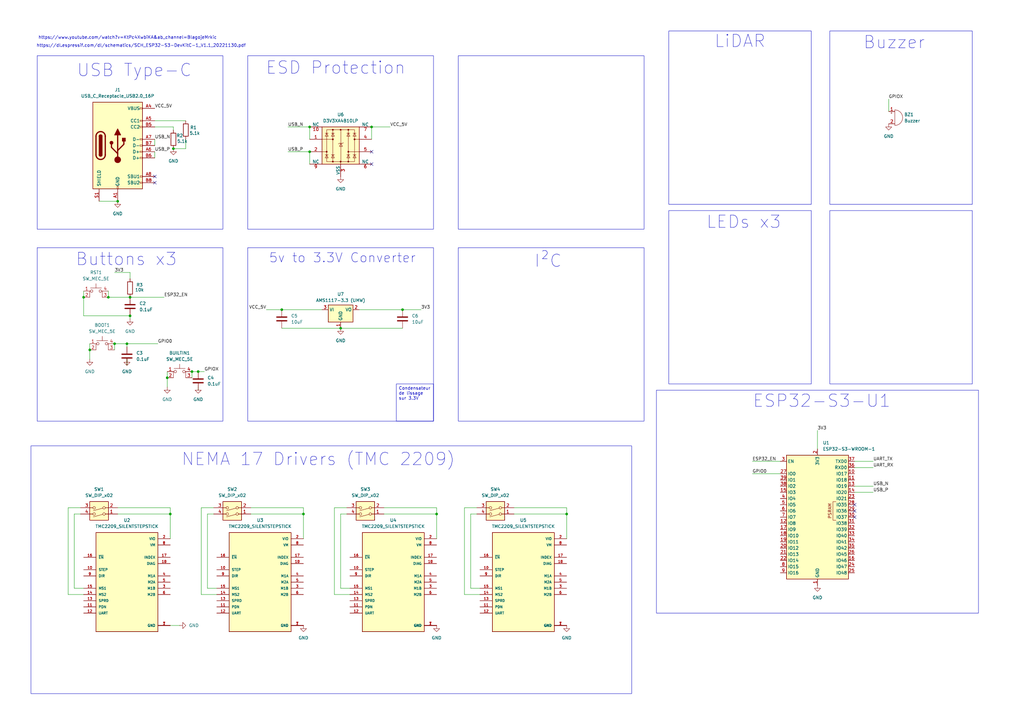
<source format=kicad_sch>
(kicad_sch (version 20231120) (generator "eeschema") (generator_version "8.0")
  (paper "A3")
  (title_block (title "ESP32-S3 PAMI") (date "2024-06-09") (company "TiToom"))
  (lib_symbols
    (symbol "Connector:USB_C_Receptacle_USB2.0_16P" (pin_names (offset 1.016))
      (property "Reference" "J" (at 0 22.225 0))
      (property "Value" "USB_C_Receptacle_USB2.0_16P" (at 0 19.685 0))
      (symbol "USB_C_Receptacle_USB2.0_16P_0_0"
        (rectangle (start -0.254 -17.78) (end 0.254 -16.764))
        (rectangle (start 10.16 -14.986) (end 9.144 -15.494))
        (rectangle (start 10.16 -12.446) (end 9.144 -12.954))
        (rectangle (start 10.16 -4.826) (end 9.144 -5.334))
        (rectangle (start 10.16 -2.286) (end 9.144 -2.794))
        (rectangle (start 10.16 0.254) (end 9.144 -0.254))
        (rectangle (start 10.16 2.794) (end 9.144 2.286))
        (rectangle (start 10.16 7.874) (end 9.144 7.366))
        (rectangle (start 10.16 10.414) (end 9.144 9.906))
        (rectangle (start 10.16 15.494) (end 9.144 14.986))
      )
      (symbol "USB_C_Receptacle_USB2.0_16P_0_1"
        (rectangle (start -10.16 17.78) (end 10.16 -17.78) (stroke (width 0.254)) (fill (type background)))
        (arc (start -8.89 -3.81) (mid -6.985 -5.7067) (end -5.08 -3.81) (stroke (width 0.508)))
        (arc (start -7.62 -3.81) (mid -6.985 -4.4423) (end -6.35 -3.81) (stroke (width 0.254)))
        (arc (start -7.62 -3.81) (mid -6.985 -4.4423) (end -6.35 -3.81) (stroke (width 0.254)) (fill (type outline)))
        (rectangle (start -7.62 -3.81) (end -6.35 3.81) (stroke (width 0.254)) (fill (type outline)))
        (arc (start -6.35 3.81) (mid -6.985 4.4423) (end -7.62 3.81) (stroke (width 0.254)))
        (arc (start -6.35 3.81) (mid -6.985 4.4423) (end -7.62 3.81) (stroke (width 0.254)) (fill (type outline)))
        (arc (start -5.08 3.81) (mid -6.985 5.7067) (end -8.89 3.81) (stroke (width 0.508)))
        (circle (center -2.54 1.143) (radius 0.635) (stroke (width 0.254)) (fill (type outline)))
        (circle (center 0 -5.842) (radius 1.27) (fill (type outline)))
        (polyline (pts (xy -8.89 -3.81) (xy -8.89 3.81)) (stroke (width 0.508)))
        (polyline (pts (xy -5.08 3.81) (xy -5.08 -3.81)) (stroke (width 0.508)))
        (polyline (pts (xy 0 -5.842) (xy 0 4.318)) (stroke (width 0.508)))
        (polyline (pts (xy 0 -3.302) (xy -2.54 -0.762) (xy -2.54 0.508)) (stroke (width 0.508)))
        (polyline (pts (xy 0 -2.032) (xy 2.54 0.508) (xy 2.54 1.778)) (stroke (width 0.508)))
        (polyline (pts (xy -1.27 4.318) (xy 0 6.858) (xy 1.27 4.318) (xy -1.27 4.318)) (stroke (width 0.254)) (fill (type outline)))
        (rectangle (start 1.905 1.778) (end 3.175 3.048) (stroke (width 0.254)) (fill (type outline)))
      )
      (symbol "USB_C_Receptacle_USB2.0_16P_1_1"
        (pin passive line (at 0 -22.86 90) (length 5.08) (name "GND") (number "A1"))
        (pin passive line (at 0 -22.86 90) (length 5.08) hide (name "GND") (number "A12"))
        (pin passive line (at 15.24 15.24 180) (length 5.08) (name "VBUS") (number "A4"))
        (pin bidirectional line (at 15.24 10.16 180) (length 5.08) (name "CC1") (number "A5"))
        (pin bidirectional line (at 15.24 -2.54 180) (length 5.08) (name "D+") (number "A6"))
        (pin bidirectional line (at 15.24 2.54 180) (length 5.08) (name "D-") (number "A7"))
        (pin bidirectional line (at 15.24 -12.7 180) (length 5.08) (name "SBU1") (number "A8"))
        (pin passive line (at 15.24 15.24 180) (length 5.08) hide (name "VBUS") (number "A9"))
        (pin passive line (at 0 -22.86 90) (length 5.08) hide (name "GND") (number "B1"))
        (pin passive line (at 0 -22.86 90) (length 5.08) hide (name "GND") (number "B12"))
        (pin passive line (at 15.24 15.24 180) (length 5.08) hide (name "VBUS") (number "B4"))
        (pin bidirectional line (at 15.24 7.62 180) (length 5.08) (name "CC2") (number "B5"))
        (pin bidirectional line (at 15.24 -5.08 180) (length 5.08) (name "D+") (number "B6"))
        (pin bidirectional line (at 15.24 0 180) (length 5.08) (name "D-") (number "B7"))
        (pin bidirectional line (at 15.24 -15.24 180) (length 5.08) (name "SBU2") (number "B8"))
        (pin passive line (at 15.24 15.24 180) (length 5.08) hide (name "VBUS") (number "B9"))
        (pin passive line (at -7.62 -22.86 90) (length 5.08) (name "SHIELD") (number "S1"))
      )
    )
    (symbol "Device:Buzzer" (pin_names (offset 0.0254) hide)
      (property "Reference" "BZ" (at 3.81 1.27 0))
      (property "Value" "Buzzer" (at 3.81 -1.27 0))
      (symbol "Buzzer_0_1"
        (arc (start 0 -3.175) (mid 3.1612 0) (end 0 3.175))
        (polyline (pts (xy -1.651 1.905) (xy -1.143 1.905)))
        (polyline (pts (xy -1.397 2.159) (xy -1.397 1.651)))
        (polyline (pts (xy 0 3.175) (xy 0 -3.175)))
      )
      (symbol "Buzzer_1_1"
        (pin passive line (at -2.54 2.54 0) (length 2.54) (name "+") (number "1"))
        (pin passive line (at -2.54 -2.54 0) (length 2.54) (name "-") (number "2"))
      )
    )
    (symbol "Device:C" (pin_numbers hide) (pin_names (offset 0.254))
      (property "Reference" "C" (at 0.635 2.54 0))
      (property "Value" "C" (at 0.635 -2.54 0))
      (symbol "C_0_1"
        (polyline (pts (xy -2.032 -0.762) (xy 2.032 -0.762)) (stroke (width 0.508)))
        (polyline (pts (xy -2.032 0.762) (xy 2.032 0.762)) (stroke (width 0.508)))
      )
      (symbol "C_1_1"
        (pin passive line (at 0 3.81 270) (length 2.794) (name "~") (number "1"))
        (pin passive line (at 0 -3.81 90) (length 2.794) (name "~") (number "2"))
      )
    )
    (symbol "Device:R" (pin_numbers hide) (pin_names (offset 0))
      (property "Reference" "R" (at 2.032 0 90))
      (property "Value" "R" (at 0 0 90))
      (symbol "R_0_1"
        (rectangle (start -1.016 -2.54) (end 1.016 2.54) (stroke (width 0.254)))
      )
      (symbol "R_1_1"
        (pin passive line (at 0 3.81 270) (length 1.27) (name "~") (number "1"))
        (pin passive line (at 0 -3.81 90) (length 1.27) (name "~") (number "2"))
      )
    )
    (symbol "Power_Protection:D3V3XA4B10LP" (pin_names (offset 0))
      (property "Reference" "U" (at -0.635 8.89 0))
      (property "Value" "D3V3XA4B10LP" (at 8.89 -10.16 0))
      (symbol "D3V3XA4B10LP_0_0"
        (rectangle (start -5.715 6.477) (end 5.715 -6.604))
        (polyline (pts (xy -3.175 -6.604) (xy -3.175 6.477)))
        (polyline (pts (xy 0.127 6.477) (xy 0.127 -6.604)))
        (polyline (pts (xy 3.175 6.477) (xy 3.175 -6.604)))
      )
      (symbol "D3V3XA4B10LP_0_1"
        (rectangle (start -7.62 7.62) (end 7.62 -7.62) (stroke (width 0.254)) (fill (type background)))
        (circle (center -5.715 -2.54) (radius 0.2794) (fill (type outline)))
        (circle (center -3.175 -6.604) (radius 0.2794) (fill (type outline)))
        (circle (center -3.175 2.54) (radius 0.2794) (fill (type outline)))
        (circle (center -3.175 6.477) (radius 0.2794) (fill (type outline)))
        (circle (center 0 -6.604) (radius 0.2794) (fill (type outline)))
        (polyline (pts (xy -7.747 2.54) (xy -3.175 2.54)))
        (polyline (pts (xy -7.62 -2.54) (xy -5.715 -2.54)))
        (polyline (pts (xy -5.08 -3.81) (xy -6.35 -3.81)))
        (polyline (pts (xy -5.08 5.08) (xy -6.35 5.08)))
        (polyline (pts (xy -2.54 -3.81) (xy -3.81 -3.81)))
        (polyline (pts (xy -2.54 5.08) (xy -3.81 5.08)))
        (polyline (pts (xy -0.508 0.889) (xy -0.889 0.635)))
        (polyline (pts (xy 0 -6.604) (xy 0 -7.62)))
        (polyline (pts (xy 0.762 0.889) (xy -0.508 0.889)))
        (polyline (pts (xy 0.762 0.889) (xy 1.143 1.143)))
        (polyline (pts (xy 3.81 -3.81) (xy 2.54 -3.81)))
        (polyline (pts (xy 3.81 5.08) (xy 2.54 5.08)))
        (polyline (pts (xy 6.35 -3.81) (xy 5.08 -3.81)))
        (polyline (pts (xy 6.35 5.08) (xy 5.08 5.08)))
        (polyline (pts (xy 7.62 -2.54) (xy 3.175 -2.54)))
        (polyline (pts (xy 7.62 2.54) (xy 5.715 2.54)))
        (polyline (pts (xy -5.08 -5.08) (xy -6.35 -5.08) (xy -5.715 -3.81) (xy -5.08 -5.08)))
        (polyline (pts (xy -5.08 3.81) (xy -6.35 3.81) (xy -5.715 5.08) (xy -5.08 3.81)))
        (polyline (pts (xy -2.54 -5.08) (xy -3.81 -5.08) (xy -3.175 -3.81) (xy -2.54 -5.08)))
        (polyline (pts (xy -2.54 3.81) (xy -3.81 3.81) (xy -3.175 5.08) (xy -2.54 3.81)))
        (polyline (pts (xy 0.762 -0.381) (xy -0.508 -0.381) (xy 0.127 0.889) (xy 0.762 -0.381)))
        (polyline (pts (xy 3.81 -5.08) (xy 2.54 -5.08) (xy 3.175 -3.81) (xy 3.81 -5.08)))
        (polyline (pts (xy 3.81 3.81) (xy 2.54 3.81) (xy 3.175 5.08) (xy 3.81 3.81)))
        (polyline (pts (xy 6.35 -5.08) (xy 5.08 -5.08) (xy 5.715 -3.81) (xy 6.35 -5.08)))
        (polyline (pts (xy 6.35 3.81) (xy 5.08 3.81) (xy 5.715 5.08) (xy 6.35 3.81)))
        (circle (center 0 6.477) (radius 0.2794) (fill (type outline)))
        (circle (center 3.175 -6.604) (radius 0.2794) (fill (type outline)))
        (circle (center 3.175 -2.54) (radius 0.2794) (fill (type outline)))
        (circle (center 3.175 6.477) (radius 0.2794) (fill (type outline)))
        (circle (center 5.715 2.54) (radius 0.2794) (fill (type outline)))
      )
      (symbol "D3V3XA4B10LP_1_1"
        (pin passive line (at -12.7 2.54 0) (length 5.08) (name "~") (number "1"))
        (pin free line (at -12.7 7.62 0) (length 5.08) (name "NC") (number "10"))
        (pin passive line (at -12.7 -2.54 0) (length 5.08) (name "~") (number "2"))
        (pin power_in line (at 0 -12.7 90) (length 5.08) (name "VSS") (number "3"))
        (pin passive line (at 12.7 2.54 180) (length 5.08) (name "~") (number "4"))
        (pin passive line (at 12.7 -2.54 180) (length 5.08) (name "~") (number "5"))
        (pin free line (at 12.7 -7.62 180) (length 5.08) (name "NC") (number "6"))
        (pin free line (at 12.7 7.62 180) (length 5.08) (name "NC") (number "7"))
        (pin passive line (at 0 -12.7 90) (length 5.08) hide (name "VSS") (number "8"))
        (pin free line (at -12.7 -7.62 0) (length 5.08) (name "NC") (number "9"))
      )
    )
    (symbol "RF_Module:ESP32-S3-WROOM-1"
      (property "Reference" "U" (at -12.7 26.67 0))
      (property "Value" "ESP32-S3-WROOM-1" (at 12.7 26.67 0))
      (symbol "ESP32-S3-WROOM-1_0_0"
        (rectangle (start -12.7 25.4) (end 12.7 -25.4) (stroke (width 0.254)) (fill (type background)))
        (text "PSRAM" (at 5.08 2.54 900) (effects (font (size 1.27 1.27))))
      )
      (symbol "ESP32-S3-WROOM-1_0_1"
        (polyline (pts (xy 7.62 -1.27) (xy 6.35 -1.27) (xy 6.35 6.35) (xy 7.62 6.35)))
      )
      (symbol "ESP32-S3-WROOM-1_1_1"
        (pin power_in line (at 0 -27.94 90) (length 2.54) (name "GND") (number "1"))
        (pin bidirectional line (at 15.24 17.78 180) (length 2.54) (name "IO17") (number "10"))
        (pin bidirectional line (at 15.24 15.24 180) (length 2.54) (name "IO18") (number "11"))
        (pin bidirectional line (at -15.24 -2.54 0) (length 2.54) (name "IO8") (number "12"))
        (pin bidirectional line (at 15.24 12.7 180) (length 2.54) (name "IO19") (number "13"))
        (pin bidirectional line (at 15.24 10.16 180) (length 2.54) (name "IO20") (number "14"))
        (pin bidirectional line (at -15.24 10.16 0) (length 2.54) (name "IO3") (number "15"))
        (pin bidirectional line (at 15.24 -17.78 180) (length 2.54) (name "IO46") (number "16"))
        (pin bidirectional line (at -15.24 -5.08 0) (length 2.54) (name "IO9") (number "17"))
        (pin bidirectional line (at -15.24 -7.62 0) (length 2.54) (name "IO10") (number "18"))
        (pin bidirectional line (at -15.24 -10.16 0) (length 2.54) (name "IO11") (number "19"))
        (pin power_in line (at 0 27.94 270) (length 2.54) (name "3V3") (number "2"))
        (pin bidirectional line (at -15.24 -12.7 0) (length 2.54) (name "IO12") (number "20"))
        (pin bidirectional line (at -15.24 -15.24 0) (length 2.54) (name "IO13") (number "21"))
        (pin bidirectional line (at -15.24 -17.78 0) (length 2.54) (name "IO14") (number "22"))
        (pin bidirectional line (at 15.24 7.62 180) (length 2.54) (name "IO21") (number "23"))
        (pin bidirectional line (at 15.24 -20.32 180) (length 2.54) (name "IO47") (number "24"))
        (pin bidirectional line (at 15.24 -22.86 180) (length 2.54) (name "IO48") (number "25"))
        (pin bidirectional line (at 15.24 -15.24 180) (length 2.54) (name "IO45") (number "26"))
        (pin bidirectional line (at -15.24 17.78 0) (length 2.54) (name "IO0") (number "27"))
        (pin bidirectional line (at 15.24 5.08 180) (length 2.54) (name "IO35") (number "28"))
        (pin bidirectional line (at 15.24 2.54 180) (length 2.54) (name "IO36") (number "29"))
        (pin input line (at -15.24 22.86 0) (length 2.54) (name "EN") (number "3"))
        (pin bidirectional line (at 15.24 0 180) (length 2.54) (name "IO37") (number "30"))
        (pin bidirectional line (at 15.24 -2.54 180) (length 2.54) (name "IO38") (number "31"))
        (pin bidirectional line (at 15.24 -5.08 180) (length 2.54) (name "IO39") (number "32"))
        (pin bidirectional line (at 15.24 -7.62 180) (length 2.54) (name "IO40") (number "33"))
        (pin bidirectional line (at 15.24 -10.16 180) (length 2.54) (name "IO41") (number "34"))
        (pin bidirectional line (at 15.24 -12.7 180) (length 2.54) (name "IO42") (number "35"))
        (pin bidirectional line (at 15.24 20.32 180) (length 2.54) (name "RXD0") (number "36"))
        (pin bidirectional line (at 15.24 22.86 180) (length 2.54) (name "TXD0") (number "37"))
        (pin bidirectional line (at -15.24 12.7 0) (length 2.54) (name "IO2") (number "38"))
        (pin bidirectional line (at -15.24 15.24 0) (length 2.54) (name "IO1") (number "39"))
        (pin bidirectional line (at -15.24 7.62 0) (length 2.54) (name "IO4") (number "4"))
        (pin passive line (at 0 -27.94 90) (length 2.54) hide (name "GND") (number "40"))
        (pin passive line (at 0 -27.94 90) (length 2.54) hide (name "GND") (number "41"))
        (pin bidirectional line (at -15.24 5.08 0) (length 2.54) (name "IO5") (number "5"))
        (pin bidirectional line (at -15.24 2.54 0) (length 2.54) (name "IO6") (number "6"))
        (pin bidirectional line (at -15.24 0 0) (length 2.54) (name "IO7") (number "7"))
        (pin bidirectional line (at -15.24 -20.32 0) (length 2.54) (name "IO15") (number "8"))
        (pin bidirectional line (at -15.24 -22.86 0) (length 2.54) (name "IO16") (number "9"))
      )
    )
    (symbol "Regulator_Linear:AMS1117-3.3"
      (property "Reference" "U" (at -3.81 3.175 0))
      (property "Value" "AMS1117-3.3" (at 0 3.175 0))
      (symbol "AMS1117-3.3_0_1"
        (rectangle (start -5.08 -5.08) (end 5.08 1.905) (stroke (width 0.254)) (fill (type background)))
      )
      (symbol "AMS1117-3.3_1_1"
        (pin power_in line (at 0 -7.62 90) (length 2.54) (name "GND") (number "1"))
        (pin power_out line (at 7.62 0 180) (length 2.54) (name "VO") (number "2"))
        (pin power_in line (at -7.62 0 0) (length 2.54) (name "VI") (number "3"))
      )
    )
    (symbol "Switch:SW_DIP_x02" (pin_names (offset 0) hide)
      (property "Reference" "SW" (at 0 6.35 0))
      (property "Value" "SW_DIP_x02" (at 0 -3.81 0))
      (symbol "SW_DIP_x02_0_0"
        (circle (center -2.032 0) (radius 0.508))
        (circle (center -2.032 2.54) (radius 0.508))
        (polyline (pts (xy -1.524 0.127) (xy 2.3622 1.1684)))
        (polyline (pts (xy -1.524 2.667) (xy 2.3622 3.7084)))
        (circle (center 2.032 0) (radius 0.508))
        (circle (center 2.032 2.54) (radius 0.508))
      )
      (symbol "SW_DIP_x02_0_1"
        (rectangle (start -3.81 5.08) (end 3.81 -2.54) (stroke (width 0.254)) (fill (type background)))
      )
      (symbol "SW_DIP_x02_1_1"
        (pin passive line (at -7.62 2.54 0) (length 5.08) (name "~") (number "1"))
        (pin passive line (at -7.62 0 0) (length 5.08) (name "~") (number "2"))
        (pin passive line (at 7.62 0 180) (length 5.08) (name "~") (number "3"))
        (pin passive line (at 7.62 2.54 180) (length 5.08) (name "~") (number "4"))
      )
    )
    (symbol "Switch:SW_MEC_5E" (pin_names (offset 1.016) hide)
      (property "Reference" "SW" (at 0.635 5.715 0))
      (property "Value" "SW_MEC_5E" (at 0 -3.175 0))
      (symbol "SW_MEC_5E_0_1"
        (circle (center -1.778 2.54) (radius 0.508))
        (polyline (pts (xy -2.286 3.81) (xy 2.286 3.81)))
        (polyline (pts (xy 0 3.81) (xy 0 5.588)))
        (polyline (pts (xy -2.54 0) (xy -2.54 2.54) (xy -2.286 2.54)))
        (polyline (pts (xy 2.54 0) (xy 2.54 2.54) (xy 2.286 2.54)))
        (circle (center 1.778 2.54) (radius 0.508))
        (pin passive line (at -5.08 2.54 0) (length 2.54) (name "1") (number "1"))
        (pin passive line (at -5.08 0 0) (length 2.54) (name "2") (number "2"))
        (pin passive line (at 5.08 0 180) (length 2.54) (name "K") (number "3"))
        (pin passive line (at 5.08 2.54 180) (length 2.54) (name "A") (number "4"))
      )
    )
    (symbol "TMC2209_SILENTSTEPSTICK:TMC2209_SILENTSTEPSTICK" (pin_names (offset 1.016))
      (property "Reference" "U" (at -12.7 22.86 0))
      (property "Value" "TMC2209_SILENTSTEPSTICK" (at -12.7 -22.86 0))
      (symbol "TMC2209_SILENTSTEPSTICK_0_0"
        (rectangle (start -12.7 -20.32) (end 12.7 20.32) (stroke (width 0.254)) (fill (type background)))
        (pin power_in line (at 17.78 -17.78 180) (length 5.08) (name "GND") (number "1"))
        (pin input line (at -17.78 5.08 0) (length 5.08) (name "STEP") (number "10"))
        (pin bidirectional line (at -17.78 -10.16 0) (length 5.08) (name "PDN") (number "11"))
        (pin bidirectional line (at -17.78 -12.7 0) (length 5.08) (name "UART") (number "12"))
        (pin input line (at -17.78 -7.62 0) (length 5.08) (name "SPRD") (number "13"))
        (pin input line (at -17.78 -5.08 0) (length 5.08) (name "MS2") (number "14"))
        (pin input line (at -17.78 -2.54 0) (length 5.08) (name "MS1") (number "15"))
        (pin input line (at -17.78 10.16 0) (length 5.08) (name "~{EN}") (number "16"))
        (pin output line (at 17.78 10.16 180) (length 5.08) (name "INDEX") (number "17"))
        (pin output line (at 17.78 7.62 180) (length 5.08) (name "DIAG") (number "18"))
        (pin power_in line (at 17.78 17.78 180) (length 5.08) (name "VIO") (number "2"))
        (pin output line (at 17.78 -2.54 180) (length 5.08) (name "M1B") (number "3"))
        (pin output line (at 17.78 2.54 180) (length 5.08) (name "M1A") (number "4"))
        (pin output line (at 17.78 0 180) (length 5.08) (name "M2A") (number "5"))
        (pin output line (at 17.78 -5.08 180) (length 5.08) (name "M2B") (number "6"))
        (pin power_in line (at 17.78 -17.78 180) (length 5.08) (name "GND") (number "7"))
        (pin power_in line (at 17.78 15.24 180) (length 5.08) (name "VM") (number "8"))
        (pin input line (at -17.78 2.54 0) (length 5.08) (name "DIR") (number "9"))
      )
    )
    (symbol "power:GND" (power) (pin_numbers hide) (pin_names (offset 0) hide)
      (property "Value" "GND" (at 0 -3.81 0))
      (symbol "GND_0_1"
        (polyline (pts (xy 0 0) (xy 0 -1.27) (xy 1.27 -1.27) (xy 0 -2.54) (xy -1.27 -1.27) (xy 0 -1.27)))
      )
      (symbol "GND_1_1"
        (pin power_in line (at 0 0 270) (length 0) (name "~") (number "1"))
      )
    )
  )
  (junction (at 78.74 152.4))
  (junction (at 127 52.07))
  (junction (at 34.29 121.92))
  (junction (at 124.46 210.82))
  (junction (at 69.85 210.82))
  (junction (at 152.4 52.07))
  (junction (at 48.26 82.55))
  (junction (at 53.34 129.54))
  (junction (at 44.45 121.92))
  (junction (at 139.7 134.62))
  (junction (at 81.28 152.4))
  (junction (at 36.83 143.51))
  (junction (at 53.34 121.92))
  (junction (at 165.1 127))
  (junction (at 127 62.23))
  (junction (at 115.57 127))
  (junction (at 68.58 154.94))
  (junction (at 232.41 210.82))
  (junction (at 46.99 140.97))
  (junction (at 52.07 140.97))
  (junction (at 71.12 60.96))
  (junction (at 179.07 210.82))
  (no_connect (at 152.4 62.23))
  (no_connect (at 350.52 207.01))
  (no_connect (at 63.5 72.39))
  (no_connect (at 63.5 74.93))
  (no_connect (at 152.4 67.31))
  (no_connect (at 350.52 209.55))
  (no_connect (at 350.52 212.09))
  (wire (pts (xy 82.55 208.28) (xy 87.63 208.28)))
  (wire (pts (xy 46.99 140.97) (xy 46.99 143.51)))
  (wire (pts (xy 179.07 210.82) (xy 157.48 210.82)))
  (wire (pts (xy 190.5 208.28) (xy 195.58 208.28)))
  (wire (pts (xy 232.41 210.82) (xy 210.82 210.82)))
  (wire (pts (xy 63.5 49.53) (xy 76.2 49.53)))
  (wire (pts (xy 46.99 111.76) (xy 53.34 111.76)))
  (wire (pts (xy 44.45 119.38) (xy 44.45 121.92)))
  (wire (pts (xy 85.09 241.3) (xy 88.9 241.3)))
  (wire (pts (xy 34.29 121.92) (xy 34.29 129.54)))
  (wire (pts (xy 210.82 208.28) (xy 232.41 208.28)))
  (wire (pts (xy 109.22 127) (xy 115.57 127)))
  (wire (pts (xy 196.85 243.84) (xy 190.5 243.84)))
  (wire (pts (xy 115.57 127) (xy 132.08 127)))
  (wire (pts (xy 190.5 243.84) (xy 190.5 208.28)))
  (wire (pts (xy 124.46 210.82) (xy 102.87 210.82)))
  (wire (pts (xy 78.74 152.4) (xy 81.28 152.4)))
  (wire (pts (xy 118.11 62.23) (xy 127 62.23)))
  (wire (pts (xy 142.24 210.82) (xy 139.7 210.82)))
  (wire (pts (xy 179.07 208.28) (xy 179.07 210.82)))
  (wire (pts (xy 34.29 129.54) (xy 53.34 129.54)))
  (wire (pts (xy 52.07 140.97) (xy 52.07 142.24)))
  (wire (pts (xy 40.64 82.55) (xy 48.26 82.55)))
  (wire (pts (xy 308.61 194.31) (xy 320.04 194.31)))
  (wire (pts (xy 69.85 220.98) (xy 69.85 210.82)))
  (wire (pts (xy 76.2 57.15) (xy 76.2 60.96)))
  (wire (pts (xy 124.46 208.28) (xy 124.46 210.82)))
  (wire (pts (xy 87.63 210.82) (xy 85.09 210.82)))
  (wire (pts (xy 63.5 57.15) (xy 63.5 59.69)))
  (wire (pts (xy 36.83 143.51) (xy 36.83 147.32)))
  (wire (pts (xy 165.1 127) (xy 172.72 127)))
  (wire (pts (xy 34.29 119.38) (xy 34.29 121.92)))
  (wire (pts (xy 63.5 62.23) (xy 63.5 64.77)))
  (wire (pts (xy 85.09 210.82) (xy 85.09 241.3)))
  (wire (pts (xy 137.16 208.28) (xy 142.24 208.28)))
  (wire (pts (xy 102.87 208.28) (xy 124.46 208.28)))
  (wire (pts (xy 350.52 201.93) (xy 358.14 201.93)))
  (wire (pts (xy 195.58 210.82) (xy 193.04 210.82)))
  (wire (pts (xy 68.58 154.94) (xy 68.58 158.75)))
  (wire (pts (xy 152.4 52.07) (xy 160.02 52.07)))
  (wire (pts (xy 157.48 208.28) (xy 179.07 208.28)))
  (wire (pts (xy 350.52 189.23) (xy 358.14 189.23)))
  (wire (pts (xy 308.61 189.23) (xy 320.04 189.23)))
  (wire (pts (xy 53.34 111.76) (xy 53.34 114.3)))
  (wire (pts (xy 33.02 210.82) (xy 30.48 210.82)))
  (wire (pts (xy 71.12 52.07) (xy 71.12 53.34)))
  (wire (pts (xy 69.85 210.82) (xy 48.26 210.82)))
  (wire (pts (xy 71.12 60.96) (xy 76.2 60.96)))
  (wire (pts (xy 143.51 243.84) (xy 137.16 243.84)))
  (wire (pts (xy 69.85 208.28) (xy 69.85 210.82)))
  (wire (pts (xy 127 52.07) (xy 127 57.15)))
  (wire (pts (xy 88.9 243.84) (xy 82.55 243.84)))
  (wire (pts (xy 81.28 152.4) (xy 83.82 152.4)))
  (wire (pts (xy 115.57 134.62) (xy 139.7 134.62)))
  (wire (pts (xy 52.07 140.97) (xy 64.77 140.97)))
  (wire (pts (xy 139.7 134.62) (xy 165.1 134.62)))
  (wire (pts (xy 78.74 152.4) (xy 78.74 154.94)))
  (wire (pts (xy 193.04 241.3) (xy 196.85 241.3)))
  (wire (pts (xy 124.46 220.98) (xy 124.46 210.82)))
  (wire (pts (xy 364.49 40.64) (xy 364.49 45.72)))
  (wire (pts (xy 69.85 256.54) (xy 73.66 256.54)))
  (wire (pts (xy 179.07 220.98) (xy 179.07 210.82)))
  (wire (pts (xy 139.7 210.82) (xy 139.7 241.3)))
  (wire (pts (xy 53.34 130.81) (xy 53.34 129.54)))
  (wire (pts (xy 53.34 121.92) (xy 67.31 121.92)))
  (wire (pts (xy 350.52 191.77) (xy 358.14 191.77)))
  (wire (pts (xy 137.16 243.84) (xy 137.16 208.28)))
  (wire (pts (xy 147.32 127) (xy 165.1 127)))
  (wire (pts (xy 52.07 149.86) (xy 52.07 147.32)))
  (wire (pts (xy 152.4 52.07) (xy 152.4 57.15)))
  (wire (pts (xy 193.04 210.82) (xy 193.04 241.3)))
  (wire (pts (xy 350.52 199.39) (xy 358.14 199.39)))
  (wire (pts (xy 30.48 241.3) (xy 34.29 241.3)))
  (wire (pts (xy 118.11 52.07) (xy 127 52.07)))
  (wire (pts (xy 34.29 243.84) (xy 27.94 243.84)))
  (wire (pts (xy 82.55 243.84) (xy 82.55 208.28)))
  (wire (pts (xy 44.45 121.92) (xy 53.34 121.92)))
  (wire (pts (xy 335.28 176.53) (xy 335.28 184.15)))
  (wire (pts (xy 127 62.23) (xy 127 67.31)))
  (wire (pts (xy 27.94 208.28) (xy 33.02 208.28)))
  (wire (pts (xy 46.99 140.97) (xy 52.07 140.97)))
  (wire (pts (xy 139.7 241.3) (xy 143.51 241.3)))
  (wire (pts (xy 27.94 243.84) (xy 27.94 208.28)))
  (wire (pts (xy 30.48 210.82) (xy 30.48 241.3)))
  (wire (pts (xy 68.58 152.4) (xy 68.58 154.94)))
  (wire (pts (xy 232.41 220.98) (xy 232.41 210.82)))
  (wire (pts (xy 81.28 158.75) (xy 81.28 160.02)))
  (wire (pts (xy 36.83 140.97) (xy 36.83 143.51)))
  (wire (pts (xy 63.5 52.07) (xy 71.12 52.07)))
  (wire (pts (xy 232.41 208.28) (xy 232.41 210.82)))
  (wire (pts (xy 48.26 208.28) (xy 69.85 208.28)))
  (rectangle (start 269.24 160.02) (end 401.32 251.46))
  (rectangle (start 340.36 86.36) (end 398.78 157.48))
  (rectangle (start 15.24 22.86) (end 91.44 93.98))
  (rectangle (start 187.96 101.6) (end 264.16 172.72))
  (rectangle (start 15.24 101.6) (end 91.44 172.72))
  (rectangle (start 101.6 22.86) (end 177.8 93.98))
  (rectangle (start 274.32 86.36) (end 332.74 157.48))
  (rectangle (start 12.7 182.88) (end 259.08 284.48))
  (rectangle (start 274.32 12.7) (end 332.74 83.82))
  (rectangle (start 340.36 12.7) (end 398.78 83.82))
  (rectangle (start 187.96 22.86) (end 264.16 93.98))
  (rectangle (start 101.6 101.6) (end 177.8 172.72))
  (text_box "Condensateur de lissage sur 3.3V" (at 162.56 157.48 0) (size 15.24 15.24) (effects (font (size 1.27 1.27)) (justify left top)))
  (text "https://www.youtube.com/watch?v=KtPc4XwbiKA&ab_channel=BlagojeMrkic" (at 52.324 15.494 0) (effects (font (size 1.27 1.27))))
  (text "Buttons x3\n" (at 51.816 106.426 0) (effects (font (size 5.08 5.08))))
  (text "ESP32-S3-U1" (at 337.058 164.592 0) (effects (font (size 5.08 5.08))))
  (text "USB Type-C" (at 55.118 28.956 0) (effects (font (size 5.08 5.08))))
  (text "5v to 3.3V Converter" (at 140.462 105.918 0) (effects (font (size 3.81 3.81))))
  (text "Buzzer" (at 366.776 17.526 0) (effects (font (size 5.08 5.08))))
  (text "ESD Protection" (at 137.668 27.94 0) (effects (font (size 5.08 5.08))))
  (text "I²C" (at 224.79 107.188 0) (effects (font (size 5.08 5.08))))
  (text "NEMA 17 Drivers (TMC 2209)" (at 130.556 188.468 0) (effects (font (size 5.08 5.08))))
  (text "LiDAR" (at 303.53 17.018 0) (effects (font (size 5.08 5.08))))
  (text "https://dl.espressif.com/dl/schematics/SCH_ESP32-S3-DevKitC-1_V1.1_20221130.pdf" (at 57.912 18.796 0) (effects (font (size 1.27 1.27))))
  (text "LEDs x3" (at 305.054 91.186 0) (effects (font (size 5.08 5.08))))
  (label "3V3" (at 335.28 176.53 0))
  (label "VCC_5V" (at 109.22 127 180))
  (label "UART_RX" (at 358.14 191.77 0))
  (label "3V3" (at 172.72 127 0))
  (label "GPIO0" (at 64.77 140.97 0))
  (label "GPIOX" (at 364.49 40.64 0))
  (label "USB_P" (at 63.5 62.23 0))
  (label "USB_N" (at 63.5 57.15 0))
  (label "USB_N" (at 358.14 199.39 0))
  (label "ESP32_EN" (at 67.31 121.92 0))
  (label "VCC_5V" (at 63.5 44.45 0))
  (label "USB_N" (at 118.11 52.07 0))
  (label "GPIO0" (at 308.61 194.31 0))
  (label "3V3" (at 46.99 111.76 0))
  (label "UART_TX" (at 358.14 189.23 0))
  (label "USB_P" (at 358.14 201.93 0))
  (label "VCC_5V" (at 160.02 52.07 0))
  (label "ESP32_EN" (at 308.61 189.23 0))
  (label "USB_P" (at 118.11 62.23 0))
  (label "GPIOX" (at 83.82 152.4 0))
  (symbol (lib_id "Device:C") (at 53.34 125.73 0) (unit 1)
    (property "Reference" "C2" (at 57.15 124.4599 0) (effects (justify left)))
    (property "Value" "0.1uF" (at 57.15 126.9999 0) (effects (justify left)))
    (property "Description" "Unpolarized capacitor" (effects (hide yes)))
  )
  (symbol (lib_id "Switch:SW_DIP_x02") (at 40.64 208.28 180) (unit 1)
    (property "Reference" "SW1" (at 40.64 200.66 0))
    (property "Value" "SW_DIP_x02" (at 40.64 203.2 0))
    (property "Description" "2x DIP Switch, Single Pole Single Throw (SPST) switch, small symbol" (effects (hide yes)))
  )
  (symbol (lib_id "power:GND") (at 179.07 256.54 0) (unit 1)
    (property "Reference" "#PWR05" (effects (hide yes)))
    (property "Value" "GND" (at 179.07 261.62 0))
    (property "Description" "Power symbol creates a global label with name \"GND\" , ground" (effects (hide yes)))
  )
  (symbol (lib_id "RF_Module:ESP32-S3-WROOM-1") (at 335.28 212.09 0) (unit 1)
    (property "Reference" "U1" (at 337.4741 181.61 0) (effects (justify left)))
    (property "Value" "ESP32-S3-WROOM-1" (at 337.4741 184.15 0) (effects (justify left)))
    (property "Footprint" "RF_Module:ESP32-S3-WROOM-1U" (effects (hide yes)))
    (property "Datasheet" "https://www.espressif.com/sites/default/files/documentation/esp32-s3-wroom-1_wroom-1u_datasheet_en.pdf" (effects (hide yes)))
    (property "Description" "RF Module, ESP32-S3 SoC, Wi-Fi 802.11b/g/n, Bluetooth, BLE, 32-bit, 3.3V, onboard antenna, SMD" (effects (hide yes)))
  )
  (symbol (lib_id "Device:C") (at 81.28 156.21 0) (unit 1)
    (property "Reference" "C4" (at 85.09 154.9399 0) (effects (justify left)))
    (property "Value" "0.1uF" (at 85.09 157.4799 0) (effects (justify left)))
    (property "Description" "Unpolarized capacitor" (effects (hide yes)))
  )
  (symbol (lib_id "Switch:SW_DIP_x02") (at 149.86 208.28 180) (unit 1)
    (property "Reference" "SW3" (at 149.86 200.66 0))
    (property "Value" "SW_DIP_x02" (at 149.86 203.2 0))
    (property "Description" "2x DIP Switch, Single Pole Single Throw (SPST) switch, small symbol" (effects (hide yes)))
  )
  (symbol (lib_id "power:GND") (at 139.7 72.39 0) (unit 1)
    (property "Reference" "#PWR013" (effects (hide yes)))
    (property "Value" "GND" (at 139.7 77.47 0))
    (property "Description" "Power symbol creates a global label with name \"GND\" , ground" (effects (hide yes)))
  )
  (symbol (lib_id "Device:R") (at 76.2 53.34 0) (unit 1)
    (property "Reference" "R1" (at 77.978 52.324 0) (effects (justify left)))
    (property "Value" "5.1k" (at 77.724 54.61 0) (effects (justify left)))
    (property "Description" "Resistor" (effects (hide yes)))
  )
  (symbol (lib_id "Switch:SW_DIP_x02") (at 203.2 208.28 180) (unit 1)
    (property "Reference" "SW4" (at 203.2 200.66 0))
    (property "Value" "SW_DIP_x02" (at 203.2 203.2 0))
    (property "Description" "2x DIP Switch, Single Pole Single Throw (SPST) switch, small symbol" (effects (hide yes)))
  )
  (symbol (lib_id "power:GND") (at 68.58 158.75 0) (unit 1)
    (property "Reference" "#PWR016" (effects (hide yes)))
    (property "Value" "GND" (at 68.58 163.83 0))
    (property "Description" "Power symbol creates a global label with name \"GND\" , ground" (effects (hide yes)))
  )
  (symbol (lib_id "power:GND") (at 364.49 50.8 0) (unit 1)
    (property "Reference" "#PWR09" (effects (hide yes)))
    (property "Value" "GND" (at 364.49 55.88 0))
    (property "Description" "Power symbol creates a global label with name \"GND\" , ground" (effects (hide yes)))
  )
  (symbol (lib_id "Device:C") (at 52.07 146.05 0) (unit 1)
    (property "Reference" "C3" (at 55.88 144.7799 0) (effects (justify left)))
    (property "Value" "0.1uF" (at 55.88 147.3199 0) (effects (justify left)))
    (property "Description" "Unpolarized capacitor" (effects (hide yes)))
  )
  (symbol (lib_id "power:GND") (at 139.7 134.62 0) (unit 1)
    (property "Reference" "#PWR03" (effects (hide yes)))
    (property "Value" "GND" (at 139.7 139.7 0))
    (property "Description" "Power symbol creates a global label with name \"GND\" , ground" (effects (hide yes)))
  )
  (symbol (lib_id "power:GND") (at 124.46 256.54 0) (unit 1)
    (property "Reference" "#PWR06" (effects (hide yes)))
    (property "Value" "GND" (at 124.46 261.62 0))
    (property "Description" "Power symbol creates a global label with name \"GND\" , ground" (effects (hide yes)))
  )
  (symbol (lib_id "Switch:SW_DIP_x02") (at 95.25 208.28 180) (unit 1)
    (property "Reference" "SW2" (at 95.25 200.66 0))
    (property "Value" "SW_DIP_x02" (at 95.25 203.2 0))
    (property "Description" "2x DIP Switch, Single Pole Single Throw (SPST) switch, small symbol" (effects (hide yes)))
  )
  (symbol (lib_id "power:GND") (at 52.07 147.32 0) (unit 1)
    (property "Reference" "#PWR012" (effects (hide yes)))
    (property "Value" "GND" (at 52.07 152.4 0))
    (property "Description" "Power symbol creates a global label with name \"GND\" , ground" (effects (hide yes)))
  )
  (symbol (lib_id "Device:Buzzer") (at 367.03 48.26 0) (unit 1)
    (property "Reference" "BZ1" (at 370.84 46.9899 0) (effects (justify left)))
    (property "Value" "Buzzer" (at 370.84 49.5299 0) (effects (justify left)))
    (property "Description" "Buzzer, polarized" (effects (hide yes)))
  )
  (symbol (lib_id "Switch:SW_MEC_5E") (at 73.66 154.94 0) (unit 1)
    (property "Reference" "BUILTIN1" (at 73.66 144.78 0))
    (property "Value" "SW_MEC_5E" (at 73.66 147.32 0))
    (property "Footprint" "Button_Switch_THT:SW_PUSH_6mm_H4.3mm" (effects (hide yes)))
    (property "Datasheet" "http://www.apem.com/int/index.php?controller=attachment&id_attachment=1371" (effects (hide yes)))
    (property "Description" "MEC 5E single pole normally-open tactile switch" (effects (hide yes)))
  )
  (symbol (lib_id "power:GND") (at 71.12 60.96 0) (unit 1)
    (property "Reference" "#PWR01" (effects (hide yes)))
    (property "Value" "GND" (at 71.12 66.04 0))
    (property "Description" "Power symbol creates a global label with name \"GND\" , ground" (effects (hide yes)))
  )
  (symbol (lib_id "TMC2209_SILENTSTEPSTICK:TMC2209_SILENTSTEPSTICK") (at 214.63 238.76 0) (unit 1)
    (property "Reference" "U5" (at 214.63 213.36 0))
    (property "Value" "TMC2209_SILENTSTEPSTICK" (at 214.63 215.9 0))
    (property "Footprint" "TMC2209:MODULE_TMC2209_SILENTSTEPSTICK" (effects (hide yes)))
    (property "MF" "Trinamic Motion Control GmbH" (effects (hide yes)))
    (property "Description_1" "\nTMC2209 Motor Controller/Driver Power Management Evaluation Board\n" (effects (hide yes)))
    (property "Package" "None" (effects (hide yes)))
    (property "Price" "None" (effects (hide yes)))
    (property "Check_prices" "https://www.snapeda.com/parts/TMC2209%20SILENTSTEPSTICK/Trinamic+Motion+Control+GmbH/view-part/?ref=eda" (effects (hide yes)))
    (property "STANDARD" "Manufacturer Recommendations" (effects (hide yes)))
    (property "PARTREV" "1.20" (effects (hide yes)))
    (property "SnapEDA_Link" "https://www.snapeda.com/parts/TMC2209%20SILENTSTEPSTICK/Trinamic+Motion+Control+GmbH/view-part/?ref=snap" (effects (hide yes)))
    (property "MP" "TMC2209 SILENTSTEPSTICK" (effects (hide yes)))
    (property "MANUFACTURER" "Trinamic Motion Control GmbH" (effects (hide yes)))
    (property "Availability" "Not in stock" (effects (hide yes)))
    (property "SNAPEDA_PN" "TMC2209 SILENTSTEPSTICK" (effects (hide yes)))
  )
  (symbol (lib_id "power:GND") (at 335.28 240.03 0) (unit 1)
    (property "Reference" "#PWR08" (effects (hide yes)))
    (property "Value" "GND" (at 335.28 245.11 0))
    (property "Description" "Power symbol creates a global label with name \"GND\" , ground" (effects (hide yes)))
  )
  (symbol (lib_id "Device:C") (at 165.1 130.81 0) (unit 1)
    (property "Reference" "C6" (at 168.91 129.5399 0) (effects (justify left)))
    (property "Value" "10uF" (at 168.91 132.0799 0) (effects (justify left)))
    (property "Description" "Unpolarized capacitor" (effects (hide yes)))
  )
  (symbol (lib_id "Device:R") (at 53.34 118.11 0) (unit 1)
    (property "Reference" "R3" (at 55.88 116.8399 0) (effects (justify left)))
    (property "Value" "10k" (at 55.372 118.872 0) (effects (justify left)))
    (property "Description" "Resistor" (effects (hide yes)))
  )
  (symbol (lib_id "power:GND") (at 73.66 256.54 90) (unit 1)
    (property "Reference" "#PWR07" (effects (hide yes)))
    (property "Value" "GND" (at 77.47 256.5399 90) (effects (justify right)))
    (property "Description" "Power symbol creates a global label with name \"GND\" , ground" (effects (hide yes)))
  )
  (symbol (lib_id "power:GND") (at 53.34 130.81 0) (unit 1)
    (property "Reference" "#PWR010" (effects (hide yes)))
    (property "Value" "GND" (at 53.34 135.89 0))
    (property "Description" "Power symbol creates a global label with name \"GND\" , ground" (effects (hide yes)))
  )
  (symbol (lib_id "Device:C") (at 115.57 130.81 0) (unit 1)
    (property "Reference" "C5" (at 119.38 129.5399 0) (effects (justify left)))
    (property "Value" "10uF" (at 119.38 132.0799 0) (effects (justify left)))
    (property "Description" "Unpolarized capacitor" (effects (hide yes)))
  )
  (symbol (lib_id "Switch:SW_MEC_5E") (at 41.91 143.51 0) (unit 1)
    (property "Reference" "BOOT1" (at 41.91 133.35 0))
    (property "Value" "SW_MEC_5E" (at 41.91 135.89 0))
    (property "Footprint" "Button_Switch_THT:SW_PUSH_6mm_H4.3mm" (effects (hide yes)))
    (property "Datasheet" "http://www.apem.com/int/index.php?controller=attachment&id_attachment=1371" (effects (hide yes)))
    (property "Description" "MEC 5E single pole normally-open tactile switch" (effects (hide yes)))
  )
  (symbol (lib_id "Switch:SW_MEC_5E") (at 39.37 121.92 0) (unit 1)
    (property "Reference" "RST1" (at 39.37 111.76 0))
    (property "Value" "SW_MEC_5E" (at 39.37 114.3 0))
    (property "Footprint" "Button_Switch_THT:SW_PUSH_6mm_H4.3mm" (effects (hide yes)))
    (property "Datasheet" "http://www.apem.com/int/index.php?controller=attachment&id_attachment=1371" (effects (hide yes)))
    (property "Description" "MEC 5E single pole normally-open tactile switch" (effects (hide yes)))
  )
  (symbol (lib_id "Connector:USB_C_Receptacle_USB2.0_16P") (at 48.26 59.69 0) (unit 1)
    (property "Reference" "J1" (at 48.26 36.83 0))
    (property "Value" "USB_C_Receptacle_USB2.0_16P" (at 48.26 39.37 0))
    (property "Footprint" "Connector_USB:USB_C_Receptacle_HRO_TYPE-C-31-M-12" (effects (hide yes)))
    (property "Datasheet" "https://www.usb.org/sites/default/files/documents/usb_type-c.zip" (effects (hide yes)))
    (property "Description" "USB 2.0-only 16P Type-C Receptacle connector" (effects (hide yes)))
  )
  (symbol (lib_id "power:GND") (at 81.28 158.75 0) (unit 1)
    (property "Reference" "#PWR014" (effects (hide yes)))
    (property "Value" "GND" (at 81.28 163.83 0))
    (property "Description" "Power symbol creates a global label with name \"GND\" , ground" (effects (hide yes)))
  )
  (symbol (lib_id "power:GND") (at 48.26 82.55 0) (unit 1)
    (property "Reference" "#PWR02" (effects (hide yes)))
    (property "Value" "GND" (at 48.26 87.63 0))
    (property "Description" "Power symbol creates a global label with name \"GND\" , ground" (effects (hide yes)))
  )
  (symbol (lib_id "Regulator_Linear:AMS1117-3.3") (at 139.7 127 0) (unit 1)
    (property "Reference" "U7" (at 139.7 120.65 0))
    (property "Value" "AMS1117-3.3 (UMW)" (at 139.7 123.19 0))
    (property "Footprint" "Package_TO_SOT_SMD:SOT-223-3_TabPin2" (effects (hide yes)))
    (property "Datasheet" "https://wmsc.lcsc.com/wmsc/upload/file/pdf/v2/lcsc/2403191525_UMW-Youtai-Semiconductor-Co---Ltd--AMS1117-3-3_C347222.pdf" (effects (hide yes)))
    (property "Description" "1A Low Dropout regulator, positive, 3.3V fixed output, SOT-223" (effects (hide yes)))
  )
  (symbol (lib_id "Device:R") (at 71.12 57.15 0) (unit 1)
    (property "Reference" "R2" (at 72.39 55.626 0) (effects (justify left)))
    (property "Value" "5.1k" (at 72.644 57.912 0) (effects (justify left)))
    (property "Description" "Resistor" (effects (hide yes)))
  )
  (symbol (lib_id "power:GND") (at 36.83 147.32 0) (unit 1)
    (property "Reference" "#PWR011" (effects (hide yes)))
    (property "Value" "GND" (at 36.83 152.4 0))
    (property "Description" "Power symbol creates a global label with name \"GND\" , ground" (effects (hide yes)))
  )
  (symbol (lib_id "TMC2209_SILENTSTEPSTICK:TMC2209_SILENTSTEPSTICK") (at 52.07 238.76 0) (unit 1)
    (property "Reference" "U2" (at 52.07 213.36 0))
    (property "Value" "TMC2209_SILENTSTEPSTICK" (at 52.07 215.9 0))
    (property "Footprint" "TMC2209:MODULE_TMC2209_SILENTSTEPSTICK" (effects (hide yes)))
    (property "MF" "Trinamic Motion Control GmbH" (effects (hide yes)))
    (property "Description_1" "\nTMC2209 Motor Controller/Driver Power Management Evaluation Board\n" (effects (hide yes)))
    (property "Package" "None" (effects (hide yes)))
    (property "Price" "None" (effects (hide yes)))
    (property "Check_prices" "https://www.snapeda.com/parts/TMC2209%20SILENTSTEPSTICK/Trinamic+Motion+Control+GmbH/view-part/?ref=eda" (effects (hide yes)))
    (property "STANDARD" "Manufacturer Recommendations" (effects (hide yes)))
    (property "PARTREV" "1.20" (effects (hide yes)))
    (property "SnapEDA_Link" "https://www.snapeda.com/parts/TMC2209%20SILENTSTEPSTICK/Trinamic+Motion+Control+GmbH/view-part/?ref=snap" (effects (hide yes)))
    (property "MP" "TMC2209 SILENTSTEPSTICK" (effects (hide yes)))
    (property "MANUFACTURER" "Trinamic Motion Control GmbH" (effects (hide yes)))
    (property "Availability" "Not in stock" (effects (hide yes)))
    (property "SNAPEDA_PN" "TMC2209 SILENTSTEPSTICK" (effects (hide yes)))
  )
  (symbol (lib_id "TMC2209_SILENTSTEPSTICK:TMC2209_SILENTSTEPSTICK") (at 161.29 238.76 0) (unit 1)
    (property "Reference" "U4" (at 161.29 213.36 0))
    (property "Value" "TMC2209_SILENTSTEPSTICK" (at 161.29 215.9 0))
    (property "Footprint" "TMC2209:MODULE_TMC2209_SILENTSTEPSTICK" (effects (hide yes)))
    (property "MF" "Trinamic Motion Control GmbH" (effects (hide yes)))
    (property "Description_1" "\nTMC2209 Motor Controller/Driver Power Management Evaluation Board\n" (effects (hide yes)))
    (property "Package" "None" (effects (hide yes)))
    (property "Price" "None" (effects (hide yes)))
    (property "Check_prices" "https://www.snapeda.com/parts/TMC2209%20SILENTSTEPSTICK/Trinamic+Motion+Control+GmbH/view-part/?ref=eda" (effects (hide yes)))
    (property "STANDARD" "Manufacturer Recommendations" (effects (hide yes)))
    (property "PARTREV" "1.20" (effects (hide yes)))
    (property "SnapEDA_Link" "https://www.snapeda.com/parts/TMC2209%20SILENTSTEPSTICK/Trinamic+Motion+Control+GmbH/view-part/?ref=snap" (effects (hide yes)))
    (property "MP" "TMC2209 SILENTSTEPSTICK" (effects (hide yes)))
    (property "MANUFACTURER" "Trinamic Motion Control GmbH" (effects (hide yes)))
    (property "Availability" "Not in stock" (effects (hide yes)))
    (property "SNAPEDA_PN" "TMC2209 SILENTSTEPSTICK" (effects (hide yes)))
  )
  (symbol (lib_id "power:GND") (at 232.41 256.54 0) (unit 1)
    (property "Reference" "#PWR04" (effects (hide yes)))
    (property "Value" "GND" (at 232.41 261.62 0))
    (property "Description" "Power symbol creates a global label with name \"GND\" , ground" (effects (hide yes)))
  )
  (symbol (lib_id "TMC2209_SILENTSTEPSTICK:TMC2209_SILENTSTEPSTICK") (at 106.68 238.76 0) (unit 1)
    (property "Reference" "U3" (at 106.68 213.36 0))
    (property "Value" "TMC2209_SILENTSTEPSTICK" (at 106.68 215.9 0))
    (property "Footprint" "TMC2209:MODULE_TMC2209_SILENTSTEPSTICK" (effects (hide yes)))
    (property "MF" "Trinamic Motion Control GmbH" (effects (hide yes)))
    (property "Description_1" "\nTMC2209 Motor Controller/Driver Power Management Evaluation Board\n" (effects (hide yes)))
    (property "Package" "None" (effects (hide yes)))
    (property "Price" "None" (effects (hide yes)))
    (property "Check_prices" "https://www.snapeda.com/parts/TMC2209%20SILENTSTEPSTICK/Trinamic+Motion+Control+GmbH/view-part/?ref=eda" (effects (hide yes)))
    (property "STANDARD" "Manufacturer Recommendations" (effects (hide yes)))
    (property "PARTREV" "1.20" (effects (hide yes)))
    (property "SnapEDA_Link" "https://www.snapeda.com/parts/TMC2209%20SILENTSTEPSTICK/Trinamic+Motion+Control+GmbH/view-part/?ref=snap" (effects (hide yes)))
    (property "MP" "TMC2209 SILENTSTEPSTICK" (effects (hide yes)))
    (property "MANUFACTURER" "Trinamic Motion Control GmbH" (effects (hide yes)))
    (property "Availability" "Not in stock" (effects (hide yes)))
    (property "SNAPEDA_PN" "TMC2209 SILENTSTEPSTICK" (effects (hide yes)))
  )
  (symbol (lib_id "Power_Protection:D3V3XA4B10LP") (at 139.7 59.69 0) (unit 1)
    (property "Reference" "U6" (at 139.7 46.99 0))
    (property "Value" "D3V3XA4B10LP" (at 139.7 49.53 0))
    (property "Footprint" "Package_DFN_QFN:Diodes_UDFN-10_1.0x2.5mm_P0.5mm" (effects (hide yes)))
    (property "Datasheet" "https://www.diodes.com/assets/Datasheets/D3V3XA4B10LP.pdf" (effects (hide yes)))
    (property "Description" "4-Channel Low Capacitance TVS Diode Array, DFN-10" (effects (hide yes)))
  )
)
</source>
